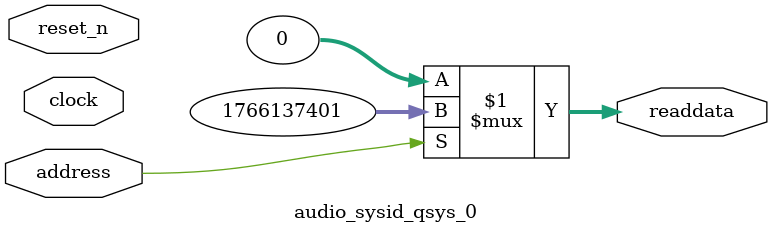
<source format=v>



// synthesis translate_off
`timescale 1ns / 1ps
// synthesis translate_on

// turn off superfluous verilog processor warnings 
// altera message_level Level1 
// altera message_off 10034 10035 10036 10037 10230 10240 10030 

module audio_sysid_qsys_0 (
               // inputs:
                address,
                clock,
                reset_n,

               // outputs:
                readdata
             )
;

  output  [ 31: 0] readdata;
  input            address;
  input            clock;
  input            reset_n;

  wire    [ 31: 0] readdata;
  //control_slave, which is an e_avalon_slave
  assign readdata = address ? 1766137401 : 0;

endmodule



</source>
